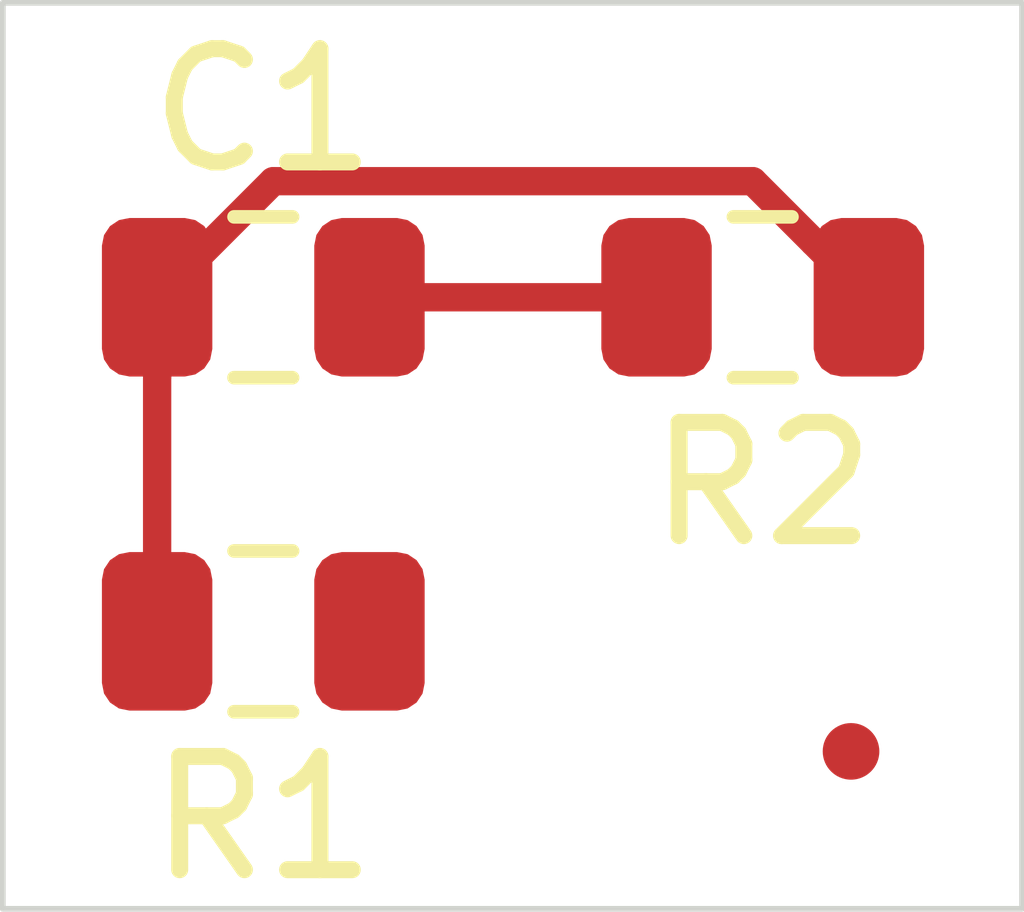
<source format=kicad_pcb>
(kicad_pcb (version 20221018) (generator pcbnew)
  (layers (0 "F.Cu" signal) (31 "B.Cu" signal) (34 "B.Paste" user) (35 "F.Paste" user) (36 "B.SilkS" user "B.Silkscreen") (37 "F.SilkS" user "F.Silkscreen") (38 "B.Mask" user) (39 "F.Mask" user) (44 "Edge.Cuts" user))
  (net 0 "")
  (net 1 "GND")
  (net 2 "Net-(C1-Pad1)")
  (net 3 "VCC")
  (footprint "Capacitor_SMD:C_0805_2012Metric" (layer "F.Cu") (at 146.3 78.6)
    (fp_text reference "C1" (at 0 -1.65) (layer "F.SilkS"))
    (fp_text value "1uF")
    (fp_line (start -0.258578 -0.71) (end 0.258578 -0.71) (stroke (width 0.12)) (layer "F.SilkS"))
    (fp_line (start -0.258578 0.71) (end 0.258578 0.71) (stroke (width 0.12)) (layer "F.SilkS"))
    (pad "1" smd roundrect (at -0.9375 0) (size 0.975 1.4) (layers "F.Cu" "F.Paste" "F.Mask") (net 2 "Net-(C1-Pad1)"))
    (pad "2" smd roundrect (at 0.9375 0) (size 0.975 1.4) (layers "F.Cu" "F.Paste" "F.Mask") (net 1 "GND"))
  )
  (footprint "Resistor_SMD:R_0805_2012Metric" (layer "F.Cu") (at 146.3 81.55 180)
    (fp_text reference "R1" (at 0 -1.65) (layer "F.SilkS"))
    (fp_text value "100")
    (fp_line (start -0.258578 -0.71) (end 0.258578 -0.71) (stroke (width 0.12)) (layer "F.SilkS"))
    (fp_line (start -0.258578 0.71) (end 0.258578 0.71) (stroke (width 0.12)) (layer "F.SilkS"))
    (pad "1" smd roundrect (at -0.9375 0 180) (size 0.975 1.4) (layers "F.Cu" "F.Paste" "F.Mask") (net 3 "VCC"))
    (pad "2" smd roundrect (at 0.9375 0 180) (size 0.975 1.4) (layers "F.Cu" "F.Paste" "F.Mask") (net 2 "Net-(C1-Pad1)"))
  )
  (footprint "Resistor_SMD:R_0805_2012Metric" (layer "F.Cu") (at 150.71 78.6 180)
    (fp_text reference "R2" (at 0 -1.65) (layer "F.SilkS"))
    (fp_text value "200")
    (fp_line (start -0.258578 -0.71) (end 0.258578 -0.71) (stroke (width 0.12)) (layer "F.SilkS"))
    (fp_line (start -0.258578 0.71) (end 0.258578 0.71) (stroke (width 0.12)) (layer "F.SilkS"))
    (pad "1" smd roundrect (at -0.9375 0 180) (size 0.975 1.4) (layers "F.Cu" "F.Paste" "F.Mask") (net 2 "Net-(C1-Pad1)"))
    (pad "2" smd roundrect (at 0.9375 0 180) (size 0.975 1.4) (layers "F.Cu" "F.Paste" "F.Mask") (net 1 "GND"))
  )
  (footprint "Fiducial:Fiducial_0.5mm_Mask1.5mm" (layer "F.Cu") (at 151.49 82.61)
    (fp_text reference "F1")
    (fp_text value "Fiducial_0.5mm_Mask1.5mm" hide)
    (pad "" smd circle (at 0 0) (size 0.5 0.5) (layers "F.Cu" "F.Mask") (clearance 0.5))
  )
  (gr_line (start 153 84) (end 153 76) (stroke (width 0.05)) (layer "Edge.Cuts"))
  (gr_line (start 144 76) (end 144 84) (stroke (width 0.05)) (layer "Edge.Cuts"))
  (gr_line (start 153 76) (end 144 76) (stroke (width 0.05)) (layer "Edge.Cuts"))
  (gr_line (start 144 84) (end 153 84) (stroke (width 0.05)) (layer "Edge.Cuts"))
  (segment (start 147.2375 78.6) (end 149.7725 78.6) (width 0.25) (layer "F.Cu") (net 1))
  (segment (start 150.62249 77.57499) (end 151.161973 78.114473) (width 0.25) (layer "F.Cu") (net 2))
  (segment (start 145.3625 78.6) (end 145.3625 79.3) (width 0.25) (layer "F.Cu") (net 2))
  (segment (start 151.161973 78.114473) (end 151.6475 78.6) (width 0.25) (layer "F.Cu") (net 2))
  (segment (start 145.3625 78.6) (end 146.38751 77.57499) (width 0.25) (layer "F.Cu") (net 2))
  (segment (start 145.3625 79.3) (end 145.3625 81.55) (width 0.25) (layer "F.Cu") (net 2))
  (segment (start 146.38751 77.57499) (end 150.62249 77.57499) (width 0.25) (layer "F.Cu") (net 2))
)
</source>
